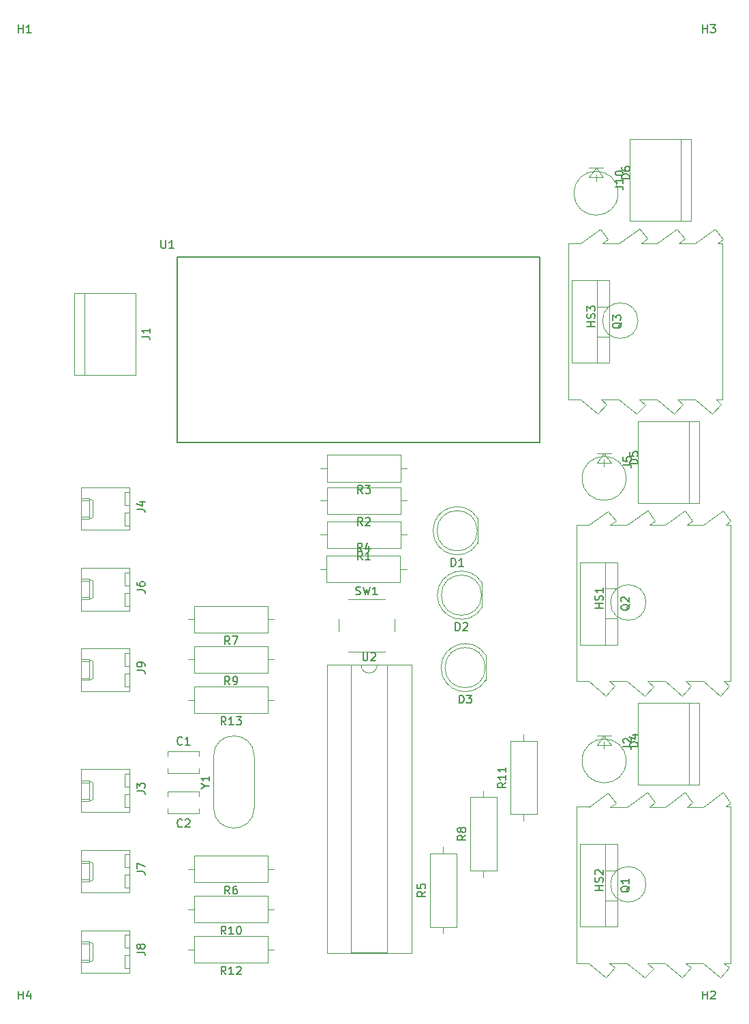
<source format=gbr>
G04 #@! TF.GenerationSoftware,KiCad,Pcbnew,(5.1.2)-2*
G04 #@! TF.CreationDate,2019-07-31T12:25:26+05:30*
G04 #@! TF.ProjectId,DoorInterlock29_07_2019,446f6f72-496e-4746-9572-6c6f636b3239,rev?*
G04 #@! TF.SameCoordinates,Original*
G04 #@! TF.FileFunction,Legend,Top*
G04 #@! TF.FilePolarity,Positive*
%FSLAX46Y46*%
G04 Gerber Fmt 4.6, Leading zero omitted, Abs format (unit mm)*
G04 Created by KiCad (PCBNEW (5.1.2)-2) date 2019-07-31 12:25:26*
%MOMM*%
%LPD*%
G04 APERTURE LIST*
%ADD10C,0.120000*%
%ADD11C,0.150000*%
G04 APERTURE END LIST*
D10*
X136000000Y-47725000D02*
X136000000Y-48580000D01*
X136889000Y-46947333D02*
X135111000Y-46947333D01*
X136000000Y-46947333D02*
X136889000Y-48132667D01*
X136889000Y-48132667D02*
X135111000Y-48132667D01*
X135111000Y-48132667D02*
X136000000Y-46947333D01*
X138725000Y-50080000D02*
G75*
G03X138725000Y-50080000I-2725000J0D01*
G01*
X137000000Y-83145000D02*
X137000000Y-84000000D01*
X137889000Y-82367333D02*
X136111000Y-82367333D01*
X137000000Y-82367333D02*
X137889000Y-83552667D01*
X137889000Y-83552667D02*
X136111000Y-83552667D01*
X136111000Y-83552667D02*
X137000000Y-82367333D01*
X139725000Y-85500000D02*
G75*
G03X139725000Y-85500000I-2725000J0D01*
G01*
X137000000Y-118225000D02*
X137000000Y-119080000D01*
X137889000Y-117447333D02*
X136111000Y-117447333D01*
X137000000Y-117447333D02*
X137889000Y-118632667D01*
X137889000Y-118632667D02*
X136111000Y-118632667D01*
X136111000Y-118632667D02*
X137000000Y-117447333D01*
X139725000Y-120580000D02*
G75*
G03X139725000Y-120580000I-2725000J0D01*
G01*
X115740000Y-91999538D02*
G75*
G03X121290000Y-93544830I2990000J-462D01*
G01*
X115740000Y-92000462D02*
G75*
G02X121290000Y-90455170I2990000J462D01*
G01*
X121230000Y-92000000D02*
G75*
G03X121230000Y-92000000I-2500000J0D01*
G01*
X121290000Y-93545000D02*
X121290000Y-90455000D01*
X116280000Y-99999538D02*
G75*
G03X121830000Y-101544830I2990000J-462D01*
G01*
X116280000Y-100000462D02*
G75*
G02X121830000Y-98455170I2990000J462D01*
G01*
X121770000Y-100000000D02*
G75*
G03X121770000Y-100000000I-2500000J0D01*
G01*
X121830000Y-101545000D02*
X121830000Y-98455000D01*
X116740000Y-108999538D02*
G75*
G03X122290000Y-110544830I2990000J-462D01*
G01*
X116740000Y-109000462D02*
G75*
G02X122290000Y-107455170I2990000J462D01*
G01*
X122230000Y-109000000D02*
G75*
G03X122230000Y-109000000I-2500000J0D01*
G01*
X122290000Y-110545000D02*
X122290000Y-107455000D01*
X72460000Y-72620000D02*
X72460000Y-62460000D01*
X71190000Y-72620000D02*
X78810000Y-72620000D01*
X78810000Y-72620000D02*
X78810000Y-62460000D01*
X78810000Y-62460000D02*
X71190000Y-62460000D01*
X71190000Y-62460000D02*
X71190000Y-72620000D01*
X147540000Y-113380000D02*
X147540000Y-123540000D01*
X148810000Y-113380000D02*
X141190000Y-113380000D01*
X141190000Y-113380000D02*
X141190000Y-123540000D01*
X141190000Y-123540000D02*
X148810000Y-123540000D01*
X148810000Y-123540000D02*
X148810000Y-113380000D01*
X78020000Y-121630000D02*
X72020000Y-121630000D01*
X72020000Y-121630000D02*
X72020000Y-126910000D01*
X72020000Y-126910000D02*
X78020000Y-126910000D01*
X78020000Y-126910000D02*
X78020000Y-121630000D01*
X72020000Y-123000000D02*
X73020000Y-123000000D01*
X73020000Y-123000000D02*
X73020000Y-125540000D01*
X73020000Y-125540000D02*
X72020000Y-125540000D01*
X73020000Y-123000000D02*
X73450000Y-123250000D01*
X73450000Y-123250000D02*
X73450000Y-125290000D01*
X73450000Y-125290000D02*
X73020000Y-125540000D01*
X72020000Y-123250000D02*
X73020000Y-123250000D01*
X72020000Y-125290000D02*
X73020000Y-125290000D01*
X78020000Y-122200000D02*
X77400000Y-122200000D01*
X77400000Y-122200000D02*
X77400000Y-123800000D01*
X77400000Y-123800000D02*
X78020000Y-123800000D01*
X78020000Y-124740000D02*
X77400000Y-124740000D01*
X77400000Y-124740000D02*
X77400000Y-126340000D01*
X77400000Y-126340000D02*
X78020000Y-126340000D01*
X78020000Y-86630000D02*
X72020000Y-86630000D01*
X72020000Y-86630000D02*
X72020000Y-91910000D01*
X72020000Y-91910000D02*
X78020000Y-91910000D01*
X78020000Y-91910000D02*
X78020000Y-86630000D01*
X72020000Y-88000000D02*
X73020000Y-88000000D01*
X73020000Y-88000000D02*
X73020000Y-90540000D01*
X73020000Y-90540000D02*
X72020000Y-90540000D01*
X73020000Y-88000000D02*
X73450000Y-88250000D01*
X73450000Y-88250000D02*
X73450000Y-90290000D01*
X73450000Y-90290000D02*
X73020000Y-90540000D01*
X72020000Y-88250000D02*
X73020000Y-88250000D01*
X72020000Y-90290000D02*
X73020000Y-90290000D01*
X78020000Y-87200000D02*
X77400000Y-87200000D01*
X77400000Y-87200000D02*
X77400000Y-88800000D01*
X77400000Y-88800000D02*
X78020000Y-88800000D01*
X78020000Y-89740000D02*
X77400000Y-89740000D01*
X77400000Y-89740000D02*
X77400000Y-91340000D01*
X77400000Y-91340000D02*
X78020000Y-91340000D01*
X147540000Y-78380000D02*
X147540000Y-88540000D01*
X148810000Y-78380000D02*
X141190000Y-78380000D01*
X141190000Y-78380000D02*
X141190000Y-88540000D01*
X141190000Y-88540000D02*
X148810000Y-88540000D01*
X148810000Y-88540000D02*
X148810000Y-78380000D01*
X78020000Y-96630000D02*
X72020000Y-96630000D01*
X72020000Y-96630000D02*
X72020000Y-101910000D01*
X72020000Y-101910000D02*
X78020000Y-101910000D01*
X78020000Y-101910000D02*
X78020000Y-96630000D01*
X72020000Y-98000000D02*
X73020000Y-98000000D01*
X73020000Y-98000000D02*
X73020000Y-100540000D01*
X73020000Y-100540000D02*
X72020000Y-100540000D01*
X73020000Y-98000000D02*
X73450000Y-98250000D01*
X73450000Y-98250000D02*
X73450000Y-100290000D01*
X73450000Y-100290000D02*
X73020000Y-100540000D01*
X72020000Y-98250000D02*
X73020000Y-98250000D01*
X72020000Y-100290000D02*
X73020000Y-100290000D01*
X78020000Y-97200000D02*
X77400000Y-97200000D01*
X77400000Y-97200000D02*
X77400000Y-98800000D01*
X77400000Y-98800000D02*
X78020000Y-98800000D01*
X78020000Y-99740000D02*
X77400000Y-99740000D01*
X77400000Y-99740000D02*
X77400000Y-101340000D01*
X77400000Y-101340000D02*
X78020000Y-101340000D01*
X78020000Y-131630000D02*
X72020000Y-131630000D01*
X72020000Y-131630000D02*
X72020000Y-136910000D01*
X72020000Y-136910000D02*
X78020000Y-136910000D01*
X78020000Y-136910000D02*
X78020000Y-131630000D01*
X72020000Y-133000000D02*
X73020000Y-133000000D01*
X73020000Y-133000000D02*
X73020000Y-135540000D01*
X73020000Y-135540000D02*
X72020000Y-135540000D01*
X73020000Y-133000000D02*
X73450000Y-133250000D01*
X73450000Y-133250000D02*
X73450000Y-135290000D01*
X73450000Y-135290000D02*
X73020000Y-135540000D01*
X72020000Y-133250000D02*
X73020000Y-133250000D01*
X72020000Y-135290000D02*
X73020000Y-135290000D01*
X78020000Y-132200000D02*
X77400000Y-132200000D01*
X77400000Y-132200000D02*
X77400000Y-133800000D01*
X77400000Y-133800000D02*
X78020000Y-133800000D01*
X78020000Y-134740000D02*
X77400000Y-134740000D01*
X77400000Y-134740000D02*
X77400000Y-136340000D01*
X77400000Y-136340000D02*
X78020000Y-136340000D01*
X78020000Y-141630000D02*
X72020000Y-141630000D01*
X72020000Y-141630000D02*
X72020000Y-146910000D01*
X72020000Y-146910000D02*
X78020000Y-146910000D01*
X78020000Y-146910000D02*
X78020000Y-141630000D01*
X72020000Y-143000000D02*
X73020000Y-143000000D01*
X73020000Y-143000000D02*
X73020000Y-145540000D01*
X73020000Y-145540000D02*
X72020000Y-145540000D01*
X73020000Y-143000000D02*
X73450000Y-143250000D01*
X73450000Y-143250000D02*
X73450000Y-145290000D01*
X73450000Y-145290000D02*
X73020000Y-145540000D01*
X72020000Y-143250000D02*
X73020000Y-143250000D01*
X72020000Y-145290000D02*
X73020000Y-145290000D01*
X78020000Y-142200000D02*
X77400000Y-142200000D01*
X77400000Y-142200000D02*
X77400000Y-143800000D01*
X77400000Y-143800000D02*
X78020000Y-143800000D01*
X78020000Y-144740000D02*
X77400000Y-144740000D01*
X77400000Y-144740000D02*
X77400000Y-146340000D01*
X77400000Y-146340000D02*
X78020000Y-146340000D01*
X78020000Y-106630000D02*
X72020000Y-106630000D01*
X72020000Y-106630000D02*
X72020000Y-111910000D01*
X72020000Y-111910000D02*
X78020000Y-111910000D01*
X78020000Y-111910000D02*
X78020000Y-106630000D01*
X72020000Y-108000000D02*
X73020000Y-108000000D01*
X73020000Y-108000000D02*
X73020000Y-110540000D01*
X73020000Y-110540000D02*
X72020000Y-110540000D01*
X73020000Y-108000000D02*
X73450000Y-108250000D01*
X73450000Y-108250000D02*
X73450000Y-110290000D01*
X73450000Y-110290000D02*
X73020000Y-110540000D01*
X72020000Y-108250000D02*
X73020000Y-108250000D01*
X72020000Y-110290000D02*
X73020000Y-110290000D01*
X78020000Y-107200000D02*
X77400000Y-107200000D01*
X77400000Y-107200000D02*
X77400000Y-108800000D01*
X77400000Y-108800000D02*
X78020000Y-108800000D01*
X78020000Y-109740000D02*
X77400000Y-109740000D01*
X77400000Y-109740000D02*
X77400000Y-111340000D01*
X77400000Y-111340000D02*
X78020000Y-111340000D01*
X138620000Y-130920000D02*
X138620000Y-141160000D01*
X133979000Y-130920000D02*
X133979000Y-141160000D01*
X138620000Y-130920000D02*
X133979000Y-130920000D01*
X138620000Y-141160000D02*
X133979000Y-141160000D01*
X137110000Y-130920000D02*
X137110000Y-141160000D01*
X138620000Y-134190000D02*
X137110000Y-134190000D01*
X138620000Y-137891000D02*
X137110000Y-137891000D01*
X111710000Y-94160000D02*
X111710000Y-90840000D01*
X111710000Y-90840000D02*
X102590000Y-90840000D01*
X102590000Y-90840000D02*
X102590000Y-94160000D01*
X102590000Y-94160000D02*
X111710000Y-94160000D01*
X112520000Y-92500000D02*
X111710000Y-92500000D01*
X101780000Y-92500000D02*
X102590000Y-92500000D01*
X111710000Y-89910000D02*
X111710000Y-86590000D01*
X111710000Y-86590000D02*
X102590000Y-86590000D01*
X102590000Y-86590000D02*
X102590000Y-89910000D01*
X102590000Y-89910000D02*
X111710000Y-89910000D01*
X112520000Y-88250000D02*
X111710000Y-88250000D01*
X101780000Y-88250000D02*
X102590000Y-88250000D01*
X111710000Y-85910000D02*
X111710000Y-82590000D01*
X111710000Y-82590000D02*
X102590000Y-82590000D01*
X102590000Y-82590000D02*
X102590000Y-85910000D01*
X102590000Y-85910000D02*
X111710000Y-85910000D01*
X112520000Y-84250000D02*
X111710000Y-84250000D01*
X101780000Y-84250000D02*
X102590000Y-84250000D01*
X102540000Y-95090000D02*
X102540000Y-98410000D01*
X102540000Y-98410000D02*
X111660000Y-98410000D01*
X111660000Y-98410000D02*
X111660000Y-95090000D01*
X111660000Y-95090000D02*
X102540000Y-95090000D01*
X101730000Y-96750000D02*
X102540000Y-96750000D01*
X112470000Y-96750000D02*
X111660000Y-96750000D01*
X115340000Y-141210000D02*
X118660000Y-141210000D01*
X118660000Y-141210000D02*
X118660000Y-132090000D01*
X118660000Y-132090000D02*
X115340000Y-132090000D01*
X115340000Y-132090000D02*
X115340000Y-141210000D01*
X117000000Y-142020000D02*
X117000000Y-141210000D01*
X117000000Y-131280000D02*
X117000000Y-132090000D01*
X95210000Y-135660000D02*
X95210000Y-132340000D01*
X95210000Y-132340000D02*
X86090000Y-132340000D01*
X86090000Y-132340000D02*
X86090000Y-135660000D01*
X86090000Y-135660000D02*
X95210000Y-135660000D01*
X96020000Y-134000000D02*
X95210000Y-134000000D01*
X85280000Y-134000000D02*
X86090000Y-134000000D01*
X95210000Y-104660000D02*
X95210000Y-101340000D01*
X95210000Y-101340000D02*
X86090000Y-101340000D01*
X86090000Y-101340000D02*
X86090000Y-104660000D01*
X86090000Y-104660000D02*
X95210000Y-104660000D01*
X96020000Y-103000000D02*
X95210000Y-103000000D01*
X85280000Y-103000000D02*
X86090000Y-103000000D01*
X120340000Y-134210000D02*
X123660000Y-134210000D01*
X123660000Y-134210000D02*
X123660000Y-125090000D01*
X123660000Y-125090000D02*
X120340000Y-125090000D01*
X120340000Y-125090000D02*
X120340000Y-134210000D01*
X122000000Y-135020000D02*
X122000000Y-134210000D01*
X122000000Y-124280000D02*
X122000000Y-125090000D01*
X95210000Y-109660000D02*
X95210000Y-106340000D01*
X95210000Y-106340000D02*
X86090000Y-106340000D01*
X86090000Y-106340000D02*
X86090000Y-109660000D01*
X86090000Y-109660000D02*
X95210000Y-109660000D01*
X96020000Y-108000000D02*
X95210000Y-108000000D01*
X85280000Y-108000000D02*
X86090000Y-108000000D01*
X95210000Y-140660000D02*
X95210000Y-137340000D01*
X95210000Y-137340000D02*
X86090000Y-137340000D01*
X86090000Y-137340000D02*
X86090000Y-140660000D01*
X86090000Y-140660000D02*
X95210000Y-140660000D01*
X96020000Y-139000000D02*
X95210000Y-139000000D01*
X85280000Y-139000000D02*
X86090000Y-139000000D01*
X125340000Y-127210000D02*
X128660000Y-127210000D01*
X128660000Y-127210000D02*
X128660000Y-118090000D01*
X128660000Y-118090000D02*
X125340000Y-118090000D01*
X125340000Y-118090000D02*
X125340000Y-127210000D01*
X127000000Y-128020000D02*
X127000000Y-127210000D01*
X127000000Y-117280000D02*
X127000000Y-118090000D01*
X95210000Y-145660000D02*
X95210000Y-142340000D01*
X95210000Y-142340000D02*
X86090000Y-142340000D01*
X86090000Y-142340000D02*
X86090000Y-145660000D01*
X86090000Y-145660000D02*
X95210000Y-145660000D01*
X96020000Y-144000000D02*
X95210000Y-144000000D01*
X85280000Y-144000000D02*
X86090000Y-144000000D01*
X95210000Y-114660000D02*
X95210000Y-111340000D01*
X95210000Y-111340000D02*
X86090000Y-111340000D01*
X86090000Y-111340000D02*
X86090000Y-114660000D01*
X86090000Y-114660000D02*
X95210000Y-114660000D01*
X96020000Y-113000000D02*
X95210000Y-113000000D01*
X85280000Y-113000000D02*
X86090000Y-113000000D01*
X105250000Y-107000000D02*
X109750000Y-107000000D01*
X104000000Y-103000000D02*
X104000000Y-104500000D01*
X109750000Y-100500000D02*
X105250000Y-100500000D01*
X111000000Y-104500000D02*
X111000000Y-103000000D01*
X88475000Y-126400000D02*
X88475000Y-120000000D01*
X93525000Y-126400000D02*
X93525000Y-120000000D01*
X93525000Y-126400000D02*
G75*
G02X88475000Y-126400000I-2525000J0D01*
G01*
X93525000Y-120000000D02*
G75*
G03X88475000Y-120000000I-2525000J0D01*
G01*
X138620000Y-95920000D02*
X138620000Y-106160000D01*
X133979000Y-95920000D02*
X133979000Y-106160000D01*
X138620000Y-95920000D02*
X133979000Y-95920000D01*
X138620000Y-106160000D02*
X133979000Y-106160000D01*
X137110000Y-95920000D02*
X137110000Y-106160000D01*
X138620000Y-99190000D02*
X137110000Y-99190000D01*
X138620000Y-102891000D02*
X137110000Y-102891000D01*
X137620000Y-60920000D02*
X137620000Y-71160000D01*
X132979000Y-60920000D02*
X132979000Y-71160000D01*
X137620000Y-60920000D02*
X132979000Y-60920000D01*
X137620000Y-71160000D02*
X132979000Y-71160000D01*
X136110000Y-60920000D02*
X136110000Y-71160000D01*
X137620000Y-64190000D02*
X136110000Y-64190000D01*
X137620000Y-67891000D02*
X136110000Y-67891000D01*
X108810000Y-108670000D02*
G75*
G02X106810000Y-108670000I-1000000J0D01*
G01*
X106810000Y-108670000D02*
X105560000Y-108670000D01*
X105560000Y-108670000D02*
X105560000Y-144350000D01*
X105560000Y-144350000D02*
X110060000Y-144350000D01*
X110060000Y-144350000D02*
X110060000Y-108670000D01*
X110060000Y-108670000D02*
X108810000Y-108670000D01*
X102560000Y-108610000D02*
X102560000Y-144410000D01*
X102560000Y-144410000D02*
X113060000Y-144410000D01*
X113060000Y-144410000D02*
X113060000Y-108610000D01*
X113060000Y-108610000D02*
X102560000Y-108610000D01*
X82790000Y-119390000D02*
X86710000Y-119390000D01*
X82790000Y-122110000D02*
X86710000Y-122110000D01*
X82790000Y-119390000D02*
X82790000Y-120000000D01*
X82790000Y-121500000D02*
X82790000Y-122110000D01*
X86710000Y-119390000D02*
X86710000Y-120000000D01*
X86710000Y-121500000D02*
X86710000Y-122110000D01*
X86710000Y-127110000D02*
X82790000Y-127110000D01*
X86710000Y-124390000D02*
X82790000Y-124390000D01*
X86710000Y-127110000D02*
X86710000Y-126500000D01*
X86710000Y-125000000D02*
X86710000Y-124390000D01*
X82790000Y-127110000D02*
X82790000Y-126500000D01*
X82790000Y-125000000D02*
X82790000Y-124390000D01*
X142202272Y-100910000D02*
G75*
G03X142202272Y-100910000I-2202272J0D01*
G01*
X133550000Y-110690000D02*
X133550000Y-91310000D01*
X133550000Y-91290000D02*
X135100000Y-91290000D01*
X135100000Y-91310000D02*
X137500000Y-89560000D01*
X137500000Y-89560000D02*
X138450000Y-90810000D01*
X138450000Y-90810000D02*
X137750000Y-91310000D01*
X137750000Y-91310000D02*
X139850000Y-91310000D01*
X139850000Y-91310000D02*
X142350000Y-89510000D01*
X142400000Y-89460000D02*
X143350000Y-90760000D01*
X143350000Y-90760000D02*
X142600000Y-91310000D01*
X142600000Y-91310000D02*
X144550000Y-91310000D01*
X144550000Y-91310000D02*
X147000000Y-89510000D01*
X147000000Y-89510000D02*
X148000000Y-90760000D01*
X148000000Y-90760000D02*
X147300000Y-91310000D01*
X147300000Y-91310000D02*
X149300000Y-91310000D01*
X149300000Y-91310000D02*
X151750000Y-89510000D01*
X151750000Y-89510000D02*
X152750000Y-90810000D01*
X152750000Y-90810000D02*
X152100000Y-91290000D01*
X152100000Y-91290000D02*
X152700000Y-91290000D01*
X152700000Y-91290000D02*
X152700000Y-110710000D01*
X152700000Y-110710000D02*
X151900000Y-110710000D01*
X151900000Y-110710000D02*
X152550000Y-111260000D01*
X152550000Y-111260000D02*
X151400000Y-112510000D01*
X151400000Y-112510000D02*
X149320000Y-110710000D01*
X149320000Y-110710000D02*
X147150000Y-110710000D01*
X147140000Y-110710000D02*
X147800000Y-111260000D01*
X147800000Y-111260000D02*
X146700000Y-112510000D01*
X146700000Y-112510000D02*
X144550000Y-110710000D01*
X144540000Y-110710000D02*
X142390000Y-110710000D01*
X142390000Y-110710000D02*
X143150000Y-111360000D01*
X143150000Y-111360000D02*
X142000000Y-112510000D01*
X142000000Y-112510000D02*
X139820000Y-110710000D01*
X139810000Y-110710000D02*
X137650000Y-110710000D01*
X137640000Y-110710000D02*
X138300000Y-111260000D01*
X138300000Y-111260000D02*
X137200000Y-112510000D01*
X137200000Y-112510000D02*
X135090000Y-110700000D01*
X135060000Y-110710000D02*
X133550000Y-110710000D01*
X142202272Y-135910000D02*
G75*
G03X142202272Y-135910000I-2202272J0D01*
G01*
X133550000Y-145690000D02*
X133550000Y-126310000D01*
X133550000Y-126290000D02*
X135100000Y-126290000D01*
X135100000Y-126310000D02*
X137500000Y-124560000D01*
X137500000Y-124560000D02*
X138450000Y-125810000D01*
X138450000Y-125810000D02*
X137750000Y-126310000D01*
X137750000Y-126310000D02*
X139850000Y-126310000D01*
X139850000Y-126310000D02*
X142350000Y-124510000D01*
X142400000Y-124460000D02*
X143350000Y-125760000D01*
X143350000Y-125760000D02*
X142600000Y-126310000D01*
X142600000Y-126310000D02*
X144550000Y-126310000D01*
X144550000Y-126310000D02*
X147000000Y-124510000D01*
X147000000Y-124510000D02*
X148000000Y-125760000D01*
X148000000Y-125760000D02*
X147300000Y-126310000D01*
X147300000Y-126310000D02*
X149300000Y-126310000D01*
X149300000Y-126310000D02*
X151750000Y-124510000D01*
X151750000Y-124510000D02*
X152750000Y-125810000D01*
X152750000Y-125810000D02*
X152100000Y-126290000D01*
X152100000Y-126290000D02*
X152700000Y-126290000D01*
X152700000Y-126290000D02*
X152700000Y-145710000D01*
X152700000Y-145710000D02*
X151900000Y-145710000D01*
X151900000Y-145710000D02*
X152550000Y-146260000D01*
X152550000Y-146260000D02*
X151400000Y-147510000D01*
X151400000Y-147510000D02*
X149320000Y-145710000D01*
X149320000Y-145710000D02*
X147150000Y-145710000D01*
X147140000Y-145710000D02*
X147800000Y-146260000D01*
X147800000Y-146260000D02*
X146700000Y-147510000D01*
X146700000Y-147510000D02*
X144550000Y-145710000D01*
X144540000Y-145710000D02*
X142390000Y-145710000D01*
X142390000Y-145710000D02*
X143150000Y-146360000D01*
X143150000Y-146360000D02*
X142000000Y-147510000D01*
X142000000Y-147510000D02*
X139820000Y-145710000D01*
X139810000Y-145710000D02*
X137650000Y-145710000D01*
X137640000Y-145710000D02*
X138300000Y-146260000D01*
X138300000Y-146260000D02*
X137200000Y-147510000D01*
X137200000Y-147510000D02*
X135090000Y-145700000D01*
X135060000Y-145710000D02*
X133550000Y-145710000D01*
X141202272Y-65910000D02*
G75*
G03X141202272Y-65910000I-2202272J0D01*
G01*
X132550000Y-75690000D02*
X132550000Y-56310000D01*
X132550000Y-56290000D02*
X134100000Y-56290000D01*
X134100000Y-56310000D02*
X136500000Y-54560000D01*
X136500000Y-54560000D02*
X137450000Y-55810000D01*
X137450000Y-55810000D02*
X136750000Y-56310000D01*
X136750000Y-56310000D02*
X138850000Y-56310000D01*
X138850000Y-56310000D02*
X141350000Y-54510000D01*
X141400000Y-54460000D02*
X142350000Y-55760000D01*
X142350000Y-55760000D02*
X141600000Y-56310000D01*
X141600000Y-56310000D02*
X143550000Y-56310000D01*
X143550000Y-56310000D02*
X146000000Y-54510000D01*
X146000000Y-54510000D02*
X147000000Y-55760000D01*
X147000000Y-55760000D02*
X146300000Y-56310000D01*
X146300000Y-56310000D02*
X148300000Y-56310000D01*
X148300000Y-56310000D02*
X150750000Y-54510000D01*
X150750000Y-54510000D02*
X151750000Y-55810000D01*
X151750000Y-55810000D02*
X151100000Y-56290000D01*
X151100000Y-56290000D02*
X151700000Y-56290000D01*
X151700000Y-56290000D02*
X151700000Y-75710000D01*
X151700000Y-75710000D02*
X150900000Y-75710000D01*
X150900000Y-75710000D02*
X151550000Y-76260000D01*
X151550000Y-76260000D02*
X150400000Y-77510000D01*
X150400000Y-77510000D02*
X148320000Y-75710000D01*
X148320000Y-75710000D02*
X146150000Y-75710000D01*
X146140000Y-75710000D02*
X146800000Y-76260000D01*
X146800000Y-76260000D02*
X145700000Y-77510000D01*
X145700000Y-77510000D02*
X143550000Y-75710000D01*
X143540000Y-75710000D02*
X141390000Y-75710000D01*
X141390000Y-75710000D02*
X142150000Y-76360000D01*
X142150000Y-76360000D02*
X141000000Y-77510000D01*
X141000000Y-77510000D02*
X138820000Y-75710000D01*
X138810000Y-75710000D02*
X136650000Y-75710000D01*
X136640000Y-75710000D02*
X137300000Y-76260000D01*
X137300000Y-76260000D02*
X136200000Y-77510000D01*
X136200000Y-77510000D02*
X134090000Y-75700000D01*
X134060000Y-75710000D02*
X132550000Y-75710000D01*
X146540000Y-43380000D02*
X146540000Y-53540000D01*
X147810000Y-43380000D02*
X140190000Y-43380000D01*
X140190000Y-43380000D02*
X140190000Y-53540000D01*
X140190000Y-53540000D02*
X147810000Y-53540000D01*
X147810000Y-53540000D02*
X147810000Y-43380000D01*
D11*
X84000000Y-81000000D02*
X84000000Y-58000000D01*
X129000000Y-81000000D02*
X84000000Y-81000000D01*
X129000000Y-58000000D02*
X129000000Y-81000000D01*
X84000000Y-58000000D02*
X129000000Y-58000000D01*
X140177380Y-48278095D02*
X139177380Y-48278095D01*
X139177380Y-48040000D01*
X139225000Y-47897142D01*
X139320238Y-47801904D01*
X139415476Y-47754285D01*
X139605952Y-47706666D01*
X139748809Y-47706666D01*
X139939285Y-47754285D01*
X140034523Y-47801904D01*
X140129761Y-47897142D01*
X140177380Y-48040000D01*
X140177380Y-48278095D01*
X139177380Y-46849523D02*
X139177380Y-47040000D01*
X139225000Y-47135238D01*
X139272619Y-47182857D01*
X139415476Y-47278095D01*
X139605952Y-47325714D01*
X139986904Y-47325714D01*
X140082142Y-47278095D01*
X140129761Y-47230476D01*
X140177380Y-47135238D01*
X140177380Y-46944761D01*
X140129761Y-46849523D01*
X140082142Y-46801904D01*
X139986904Y-46754285D01*
X139748809Y-46754285D01*
X139653571Y-46801904D01*
X139605952Y-46849523D01*
X139558333Y-46944761D01*
X139558333Y-47135238D01*
X139605952Y-47230476D01*
X139653571Y-47278095D01*
X139748809Y-47325714D01*
X141177380Y-83698095D02*
X140177380Y-83698095D01*
X140177380Y-83460000D01*
X140225000Y-83317142D01*
X140320238Y-83221904D01*
X140415476Y-83174285D01*
X140605952Y-83126666D01*
X140748809Y-83126666D01*
X140939285Y-83174285D01*
X141034523Y-83221904D01*
X141129761Y-83317142D01*
X141177380Y-83460000D01*
X141177380Y-83698095D01*
X140177380Y-82221904D02*
X140177380Y-82698095D01*
X140653571Y-82745714D01*
X140605952Y-82698095D01*
X140558333Y-82602857D01*
X140558333Y-82364761D01*
X140605952Y-82269523D01*
X140653571Y-82221904D01*
X140748809Y-82174285D01*
X140986904Y-82174285D01*
X141082142Y-82221904D01*
X141129761Y-82269523D01*
X141177380Y-82364761D01*
X141177380Y-82602857D01*
X141129761Y-82698095D01*
X141082142Y-82745714D01*
X141177380Y-118778095D02*
X140177380Y-118778095D01*
X140177380Y-118540000D01*
X140225000Y-118397142D01*
X140320238Y-118301904D01*
X140415476Y-118254285D01*
X140605952Y-118206666D01*
X140748809Y-118206666D01*
X140939285Y-118254285D01*
X141034523Y-118301904D01*
X141129761Y-118397142D01*
X141177380Y-118540000D01*
X141177380Y-118778095D01*
X140510714Y-117349523D02*
X141177380Y-117349523D01*
X140129761Y-117587619D02*
X140844047Y-117825714D01*
X140844047Y-117206666D01*
X64238095Y-30152380D02*
X64238095Y-29152380D01*
X64238095Y-29628571D02*
X64809523Y-29628571D01*
X64809523Y-30152380D02*
X64809523Y-29152380D01*
X65809523Y-30152380D02*
X65238095Y-30152380D01*
X65523809Y-30152380D02*
X65523809Y-29152380D01*
X65428571Y-29295238D01*
X65333333Y-29390476D01*
X65238095Y-29438095D01*
X117991904Y-96412380D02*
X117991904Y-95412380D01*
X118230000Y-95412380D01*
X118372857Y-95460000D01*
X118468095Y-95555238D01*
X118515714Y-95650476D01*
X118563333Y-95840952D01*
X118563333Y-95983809D01*
X118515714Y-96174285D01*
X118468095Y-96269523D01*
X118372857Y-96364761D01*
X118230000Y-96412380D01*
X117991904Y-96412380D01*
X119515714Y-96412380D02*
X118944285Y-96412380D01*
X119230000Y-96412380D02*
X119230000Y-95412380D01*
X119134761Y-95555238D01*
X119039523Y-95650476D01*
X118944285Y-95698095D01*
X118531904Y-104412380D02*
X118531904Y-103412380D01*
X118770000Y-103412380D01*
X118912857Y-103460000D01*
X119008095Y-103555238D01*
X119055714Y-103650476D01*
X119103333Y-103840952D01*
X119103333Y-103983809D01*
X119055714Y-104174285D01*
X119008095Y-104269523D01*
X118912857Y-104364761D01*
X118770000Y-104412380D01*
X118531904Y-104412380D01*
X119484285Y-103507619D02*
X119531904Y-103460000D01*
X119627142Y-103412380D01*
X119865238Y-103412380D01*
X119960476Y-103460000D01*
X120008095Y-103507619D01*
X120055714Y-103602857D01*
X120055714Y-103698095D01*
X120008095Y-103840952D01*
X119436666Y-104412380D01*
X120055714Y-104412380D01*
X118991904Y-113412380D02*
X118991904Y-112412380D01*
X119230000Y-112412380D01*
X119372857Y-112460000D01*
X119468095Y-112555238D01*
X119515714Y-112650476D01*
X119563333Y-112840952D01*
X119563333Y-112983809D01*
X119515714Y-113174285D01*
X119468095Y-113269523D01*
X119372857Y-113364761D01*
X119230000Y-113412380D01*
X118991904Y-113412380D01*
X119896666Y-112412380D02*
X120515714Y-112412380D01*
X120182380Y-112793333D01*
X120325238Y-112793333D01*
X120420476Y-112840952D01*
X120468095Y-112888571D01*
X120515714Y-112983809D01*
X120515714Y-113221904D01*
X120468095Y-113317142D01*
X120420476Y-113364761D01*
X120325238Y-113412380D01*
X120039523Y-113412380D01*
X119944285Y-113364761D01*
X119896666Y-113317142D01*
X79532380Y-67873333D02*
X80246666Y-67873333D01*
X80389523Y-67920952D01*
X80484761Y-68016190D01*
X80532380Y-68159047D01*
X80532380Y-68254285D01*
X80532380Y-66873333D02*
X80532380Y-67444761D01*
X80532380Y-67159047D02*
X79532380Y-67159047D01*
X79675238Y-67254285D01*
X79770476Y-67349523D01*
X79818095Y-67444761D01*
X139372380Y-118793333D02*
X140086666Y-118793333D01*
X140229523Y-118840952D01*
X140324761Y-118936190D01*
X140372380Y-119079047D01*
X140372380Y-119174285D01*
X139467619Y-118364761D02*
X139420000Y-118317142D01*
X139372380Y-118221904D01*
X139372380Y-117983809D01*
X139420000Y-117888571D01*
X139467619Y-117840952D01*
X139562857Y-117793333D01*
X139658095Y-117793333D01*
X139800952Y-117840952D01*
X140372380Y-118412380D01*
X140372380Y-117793333D01*
X78952380Y-124333333D02*
X79666666Y-124333333D01*
X79809523Y-124380952D01*
X79904761Y-124476190D01*
X79952380Y-124619047D01*
X79952380Y-124714285D01*
X78952380Y-123952380D02*
X78952380Y-123333333D01*
X79333333Y-123666666D01*
X79333333Y-123523809D01*
X79380952Y-123428571D01*
X79428571Y-123380952D01*
X79523809Y-123333333D01*
X79761904Y-123333333D01*
X79857142Y-123380952D01*
X79904761Y-123428571D01*
X79952380Y-123523809D01*
X79952380Y-123809523D01*
X79904761Y-123904761D01*
X79857142Y-123952380D01*
X78952380Y-89333333D02*
X79666666Y-89333333D01*
X79809523Y-89380952D01*
X79904761Y-89476190D01*
X79952380Y-89619047D01*
X79952380Y-89714285D01*
X79285714Y-88428571D02*
X79952380Y-88428571D01*
X78904761Y-88666666D02*
X79619047Y-88904761D01*
X79619047Y-88285714D01*
X139372380Y-83793333D02*
X140086666Y-83793333D01*
X140229523Y-83840952D01*
X140324761Y-83936190D01*
X140372380Y-84079047D01*
X140372380Y-84174285D01*
X139372380Y-82840952D02*
X139372380Y-83317142D01*
X139848571Y-83364761D01*
X139800952Y-83317142D01*
X139753333Y-83221904D01*
X139753333Y-82983809D01*
X139800952Y-82888571D01*
X139848571Y-82840952D01*
X139943809Y-82793333D01*
X140181904Y-82793333D01*
X140277142Y-82840952D01*
X140324761Y-82888571D01*
X140372380Y-82983809D01*
X140372380Y-83221904D01*
X140324761Y-83317142D01*
X140277142Y-83364761D01*
X78952380Y-99333333D02*
X79666666Y-99333333D01*
X79809523Y-99380952D01*
X79904761Y-99476190D01*
X79952380Y-99619047D01*
X79952380Y-99714285D01*
X78952380Y-98428571D02*
X78952380Y-98619047D01*
X79000000Y-98714285D01*
X79047619Y-98761904D01*
X79190476Y-98857142D01*
X79380952Y-98904761D01*
X79761904Y-98904761D01*
X79857142Y-98857142D01*
X79904761Y-98809523D01*
X79952380Y-98714285D01*
X79952380Y-98523809D01*
X79904761Y-98428571D01*
X79857142Y-98380952D01*
X79761904Y-98333333D01*
X79523809Y-98333333D01*
X79428571Y-98380952D01*
X79380952Y-98428571D01*
X79333333Y-98523809D01*
X79333333Y-98714285D01*
X79380952Y-98809523D01*
X79428571Y-98857142D01*
X79523809Y-98904761D01*
X78952380Y-134333333D02*
X79666666Y-134333333D01*
X79809523Y-134380952D01*
X79904761Y-134476190D01*
X79952380Y-134619047D01*
X79952380Y-134714285D01*
X78952380Y-133952380D02*
X78952380Y-133285714D01*
X79952380Y-133714285D01*
X78952380Y-144333333D02*
X79666666Y-144333333D01*
X79809523Y-144380952D01*
X79904761Y-144476190D01*
X79952380Y-144619047D01*
X79952380Y-144714285D01*
X79380952Y-143714285D02*
X79333333Y-143809523D01*
X79285714Y-143857142D01*
X79190476Y-143904761D01*
X79142857Y-143904761D01*
X79047619Y-143857142D01*
X79000000Y-143809523D01*
X78952380Y-143714285D01*
X78952380Y-143523809D01*
X79000000Y-143428571D01*
X79047619Y-143380952D01*
X79142857Y-143333333D01*
X79190476Y-143333333D01*
X79285714Y-143380952D01*
X79333333Y-143428571D01*
X79380952Y-143523809D01*
X79380952Y-143714285D01*
X79428571Y-143809523D01*
X79476190Y-143857142D01*
X79571428Y-143904761D01*
X79761904Y-143904761D01*
X79857142Y-143857142D01*
X79904761Y-143809523D01*
X79952380Y-143714285D01*
X79952380Y-143523809D01*
X79904761Y-143428571D01*
X79857142Y-143380952D01*
X79761904Y-143333333D01*
X79571428Y-143333333D01*
X79476190Y-143380952D01*
X79428571Y-143428571D01*
X79380952Y-143523809D01*
X78952380Y-109333333D02*
X79666666Y-109333333D01*
X79809523Y-109380952D01*
X79904761Y-109476190D01*
X79952380Y-109619047D01*
X79952380Y-109714285D01*
X79952380Y-108809523D02*
X79952380Y-108619047D01*
X79904761Y-108523809D01*
X79857142Y-108476190D01*
X79714285Y-108380952D01*
X79523809Y-108333333D01*
X79142857Y-108333333D01*
X79047619Y-108380952D01*
X79000000Y-108428571D01*
X78952380Y-108523809D01*
X78952380Y-108714285D01*
X79000000Y-108809523D01*
X79047619Y-108857142D01*
X79142857Y-108904761D01*
X79380952Y-108904761D01*
X79476190Y-108857142D01*
X79523809Y-108809523D01*
X79571428Y-108714285D01*
X79571428Y-108523809D01*
X79523809Y-108428571D01*
X79476190Y-108380952D01*
X79380952Y-108333333D01*
X140167619Y-136135238D02*
X140120000Y-136230476D01*
X140024761Y-136325714D01*
X139881904Y-136468571D01*
X139834285Y-136563809D01*
X139834285Y-136659047D01*
X140072380Y-136611428D02*
X140024761Y-136706666D01*
X139929523Y-136801904D01*
X139739047Y-136849523D01*
X139405714Y-136849523D01*
X139215238Y-136801904D01*
X139120000Y-136706666D01*
X139072380Y-136611428D01*
X139072380Y-136420952D01*
X139120000Y-136325714D01*
X139215238Y-136230476D01*
X139405714Y-136182857D01*
X139739047Y-136182857D01*
X139929523Y-136230476D01*
X140024761Y-136325714D01*
X140072380Y-136420952D01*
X140072380Y-136611428D01*
X140072380Y-135230476D02*
X140072380Y-135801904D01*
X140072380Y-135516190D02*
X139072380Y-135516190D01*
X139215238Y-135611428D01*
X139310476Y-135706666D01*
X139358095Y-135801904D01*
X106983333Y-95612380D02*
X106650000Y-95136190D01*
X106411904Y-95612380D02*
X106411904Y-94612380D01*
X106792857Y-94612380D01*
X106888095Y-94660000D01*
X106935714Y-94707619D01*
X106983333Y-94802857D01*
X106983333Y-94945714D01*
X106935714Y-95040952D01*
X106888095Y-95088571D01*
X106792857Y-95136190D01*
X106411904Y-95136190D01*
X107935714Y-95612380D02*
X107364285Y-95612380D01*
X107650000Y-95612380D02*
X107650000Y-94612380D01*
X107554761Y-94755238D01*
X107459523Y-94850476D01*
X107364285Y-94898095D01*
X106983333Y-91362380D02*
X106650000Y-90886190D01*
X106411904Y-91362380D02*
X106411904Y-90362380D01*
X106792857Y-90362380D01*
X106888095Y-90410000D01*
X106935714Y-90457619D01*
X106983333Y-90552857D01*
X106983333Y-90695714D01*
X106935714Y-90790952D01*
X106888095Y-90838571D01*
X106792857Y-90886190D01*
X106411904Y-90886190D01*
X107364285Y-90457619D02*
X107411904Y-90410000D01*
X107507142Y-90362380D01*
X107745238Y-90362380D01*
X107840476Y-90410000D01*
X107888095Y-90457619D01*
X107935714Y-90552857D01*
X107935714Y-90648095D01*
X107888095Y-90790952D01*
X107316666Y-91362380D01*
X107935714Y-91362380D01*
X106983333Y-87362380D02*
X106650000Y-86886190D01*
X106411904Y-87362380D02*
X106411904Y-86362380D01*
X106792857Y-86362380D01*
X106888095Y-86410000D01*
X106935714Y-86457619D01*
X106983333Y-86552857D01*
X106983333Y-86695714D01*
X106935714Y-86790952D01*
X106888095Y-86838571D01*
X106792857Y-86886190D01*
X106411904Y-86886190D01*
X107316666Y-86362380D02*
X107935714Y-86362380D01*
X107602380Y-86743333D01*
X107745238Y-86743333D01*
X107840476Y-86790952D01*
X107888095Y-86838571D01*
X107935714Y-86933809D01*
X107935714Y-87171904D01*
X107888095Y-87267142D01*
X107840476Y-87314761D01*
X107745238Y-87362380D01*
X107459523Y-87362380D01*
X107364285Y-87314761D01*
X107316666Y-87267142D01*
X106933333Y-94542380D02*
X106600000Y-94066190D01*
X106361904Y-94542380D02*
X106361904Y-93542380D01*
X106742857Y-93542380D01*
X106838095Y-93590000D01*
X106885714Y-93637619D01*
X106933333Y-93732857D01*
X106933333Y-93875714D01*
X106885714Y-93970952D01*
X106838095Y-94018571D01*
X106742857Y-94066190D01*
X106361904Y-94066190D01*
X107790476Y-93875714D02*
X107790476Y-94542380D01*
X107552380Y-93494761D02*
X107314285Y-94209047D01*
X107933333Y-94209047D01*
X114792380Y-136816666D02*
X114316190Y-137150000D01*
X114792380Y-137388095D02*
X113792380Y-137388095D01*
X113792380Y-137007142D01*
X113840000Y-136911904D01*
X113887619Y-136864285D01*
X113982857Y-136816666D01*
X114125714Y-136816666D01*
X114220952Y-136864285D01*
X114268571Y-136911904D01*
X114316190Y-137007142D01*
X114316190Y-137388095D01*
X113792380Y-135911904D02*
X113792380Y-136388095D01*
X114268571Y-136435714D01*
X114220952Y-136388095D01*
X114173333Y-136292857D01*
X114173333Y-136054761D01*
X114220952Y-135959523D01*
X114268571Y-135911904D01*
X114363809Y-135864285D01*
X114601904Y-135864285D01*
X114697142Y-135911904D01*
X114744761Y-135959523D01*
X114792380Y-136054761D01*
X114792380Y-136292857D01*
X114744761Y-136388095D01*
X114697142Y-136435714D01*
X90483333Y-137112380D02*
X90150000Y-136636190D01*
X89911904Y-137112380D02*
X89911904Y-136112380D01*
X90292857Y-136112380D01*
X90388095Y-136160000D01*
X90435714Y-136207619D01*
X90483333Y-136302857D01*
X90483333Y-136445714D01*
X90435714Y-136540952D01*
X90388095Y-136588571D01*
X90292857Y-136636190D01*
X89911904Y-136636190D01*
X91340476Y-136112380D02*
X91150000Y-136112380D01*
X91054761Y-136160000D01*
X91007142Y-136207619D01*
X90911904Y-136350476D01*
X90864285Y-136540952D01*
X90864285Y-136921904D01*
X90911904Y-137017142D01*
X90959523Y-137064761D01*
X91054761Y-137112380D01*
X91245238Y-137112380D01*
X91340476Y-137064761D01*
X91388095Y-137017142D01*
X91435714Y-136921904D01*
X91435714Y-136683809D01*
X91388095Y-136588571D01*
X91340476Y-136540952D01*
X91245238Y-136493333D01*
X91054761Y-136493333D01*
X90959523Y-136540952D01*
X90911904Y-136588571D01*
X90864285Y-136683809D01*
X90483333Y-106112380D02*
X90150000Y-105636190D01*
X89911904Y-106112380D02*
X89911904Y-105112380D01*
X90292857Y-105112380D01*
X90388095Y-105160000D01*
X90435714Y-105207619D01*
X90483333Y-105302857D01*
X90483333Y-105445714D01*
X90435714Y-105540952D01*
X90388095Y-105588571D01*
X90292857Y-105636190D01*
X89911904Y-105636190D01*
X90816666Y-105112380D02*
X91483333Y-105112380D01*
X91054761Y-106112380D01*
X119792380Y-129816666D02*
X119316190Y-130150000D01*
X119792380Y-130388095D02*
X118792380Y-130388095D01*
X118792380Y-130007142D01*
X118840000Y-129911904D01*
X118887619Y-129864285D01*
X118982857Y-129816666D01*
X119125714Y-129816666D01*
X119220952Y-129864285D01*
X119268571Y-129911904D01*
X119316190Y-130007142D01*
X119316190Y-130388095D01*
X119220952Y-129245238D02*
X119173333Y-129340476D01*
X119125714Y-129388095D01*
X119030476Y-129435714D01*
X118982857Y-129435714D01*
X118887619Y-129388095D01*
X118840000Y-129340476D01*
X118792380Y-129245238D01*
X118792380Y-129054761D01*
X118840000Y-128959523D01*
X118887619Y-128911904D01*
X118982857Y-128864285D01*
X119030476Y-128864285D01*
X119125714Y-128911904D01*
X119173333Y-128959523D01*
X119220952Y-129054761D01*
X119220952Y-129245238D01*
X119268571Y-129340476D01*
X119316190Y-129388095D01*
X119411428Y-129435714D01*
X119601904Y-129435714D01*
X119697142Y-129388095D01*
X119744761Y-129340476D01*
X119792380Y-129245238D01*
X119792380Y-129054761D01*
X119744761Y-128959523D01*
X119697142Y-128911904D01*
X119601904Y-128864285D01*
X119411428Y-128864285D01*
X119316190Y-128911904D01*
X119268571Y-128959523D01*
X119220952Y-129054761D01*
X90483333Y-111112380D02*
X90150000Y-110636190D01*
X89911904Y-111112380D02*
X89911904Y-110112380D01*
X90292857Y-110112380D01*
X90388095Y-110160000D01*
X90435714Y-110207619D01*
X90483333Y-110302857D01*
X90483333Y-110445714D01*
X90435714Y-110540952D01*
X90388095Y-110588571D01*
X90292857Y-110636190D01*
X89911904Y-110636190D01*
X90959523Y-111112380D02*
X91150000Y-111112380D01*
X91245238Y-111064761D01*
X91292857Y-111017142D01*
X91388095Y-110874285D01*
X91435714Y-110683809D01*
X91435714Y-110302857D01*
X91388095Y-110207619D01*
X91340476Y-110160000D01*
X91245238Y-110112380D01*
X91054761Y-110112380D01*
X90959523Y-110160000D01*
X90911904Y-110207619D01*
X90864285Y-110302857D01*
X90864285Y-110540952D01*
X90911904Y-110636190D01*
X90959523Y-110683809D01*
X91054761Y-110731428D01*
X91245238Y-110731428D01*
X91340476Y-110683809D01*
X91388095Y-110636190D01*
X91435714Y-110540952D01*
X90007142Y-142112380D02*
X89673809Y-141636190D01*
X89435714Y-142112380D02*
X89435714Y-141112380D01*
X89816666Y-141112380D01*
X89911904Y-141160000D01*
X89959523Y-141207619D01*
X90007142Y-141302857D01*
X90007142Y-141445714D01*
X89959523Y-141540952D01*
X89911904Y-141588571D01*
X89816666Y-141636190D01*
X89435714Y-141636190D01*
X90959523Y-142112380D02*
X90388095Y-142112380D01*
X90673809Y-142112380D02*
X90673809Y-141112380D01*
X90578571Y-141255238D01*
X90483333Y-141350476D01*
X90388095Y-141398095D01*
X91578571Y-141112380D02*
X91673809Y-141112380D01*
X91769047Y-141160000D01*
X91816666Y-141207619D01*
X91864285Y-141302857D01*
X91911904Y-141493333D01*
X91911904Y-141731428D01*
X91864285Y-141921904D01*
X91816666Y-142017142D01*
X91769047Y-142064761D01*
X91673809Y-142112380D01*
X91578571Y-142112380D01*
X91483333Y-142064761D01*
X91435714Y-142017142D01*
X91388095Y-141921904D01*
X91340476Y-141731428D01*
X91340476Y-141493333D01*
X91388095Y-141302857D01*
X91435714Y-141207619D01*
X91483333Y-141160000D01*
X91578571Y-141112380D01*
X124792380Y-123292857D02*
X124316190Y-123626190D01*
X124792380Y-123864285D02*
X123792380Y-123864285D01*
X123792380Y-123483333D01*
X123840000Y-123388095D01*
X123887619Y-123340476D01*
X123982857Y-123292857D01*
X124125714Y-123292857D01*
X124220952Y-123340476D01*
X124268571Y-123388095D01*
X124316190Y-123483333D01*
X124316190Y-123864285D01*
X124792380Y-122340476D02*
X124792380Y-122911904D01*
X124792380Y-122626190D02*
X123792380Y-122626190D01*
X123935238Y-122721428D01*
X124030476Y-122816666D01*
X124078095Y-122911904D01*
X124792380Y-121388095D02*
X124792380Y-121959523D01*
X124792380Y-121673809D02*
X123792380Y-121673809D01*
X123935238Y-121769047D01*
X124030476Y-121864285D01*
X124078095Y-121959523D01*
X90007142Y-147112380D02*
X89673809Y-146636190D01*
X89435714Y-147112380D02*
X89435714Y-146112380D01*
X89816666Y-146112380D01*
X89911904Y-146160000D01*
X89959523Y-146207619D01*
X90007142Y-146302857D01*
X90007142Y-146445714D01*
X89959523Y-146540952D01*
X89911904Y-146588571D01*
X89816666Y-146636190D01*
X89435714Y-146636190D01*
X90959523Y-147112380D02*
X90388095Y-147112380D01*
X90673809Y-147112380D02*
X90673809Y-146112380D01*
X90578571Y-146255238D01*
X90483333Y-146350476D01*
X90388095Y-146398095D01*
X91340476Y-146207619D02*
X91388095Y-146160000D01*
X91483333Y-146112380D01*
X91721428Y-146112380D01*
X91816666Y-146160000D01*
X91864285Y-146207619D01*
X91911904Y-146302857D01*
X91911904Y-146398095D01*
X91864285Y-146540952D01*
X91292857Y-147112380D01*
X91911904Y-147112380D01*
X90007142Y-116112380D02*
X89673809Y-115636190D01*
X89435714Y-116112380D02*
X89435714Y-115112380D01*
X89816666Y-115112380D01*
X89911904Y-115160000D01*
X89959523Y-115207619D01*
X90007142Y-115302857D01*
X90007142Y-115445714D01*
X89959523Y-115540952D01*
X89911904Y-115588571D01*
X89816666Y-115636190D01*
X89435714Y-115636190D01*
X90959523Y-116112380D02*
X90388095Y-116112380D01*
X90673809Y-116112380D02*
X90673809Y-115112380D01*
X90578571Y-115255238D01*
X90483333Y-115350476D01*
X90388095Y-115398095D01*
X91292857Y-115112380D02*
X91911904Y-115112380D01*
X91578571Y-115493333D01*
X91721428Y-115493333D01*
X91816666Y-115540952D01*
X91864285Y-115588571D01*
X91911904Y-115683809D01*
X91911904Y-115921904D01*
X91864285Y-116017142D01*
X91816666Y-116064761D01*
X91721428Y-116112380D01*
X91435714Y-116112380D01*
X91340476Y-116064761D01*
X91292857Y-116017142D01*
X106166666Y-99904761D02*
X106309523Y-99952380D01*
X106547619Y-99952380D01*
X106642857Y-99904761D01*
X106690476Y-99857142D01*
X106738095Y-99761904D01*
X106738095Y-99666666D01*
X106690476Y-99571428D01*
X106642857Y-99523809D01*
X106547619Y-99476190D01*
X106357142Y-99428571D01*
X106261904Y-99380952D01*
X106214285Y-99333333D01*
X106166666Y-99238095D01*
X106166666Y-99142857D01*
X106214285Y-99047619D01*
X106261904Y-99000000D01*
X106357142Y-98952380D01*
X106595238Y-98952380D01*
X106738095Y-99000000D01*
X107071428Y-98952380D02*
X107309523Y-99952380D01*
X107500000Y-99238095D01*
X107690476Y-99952380D01*
X107928571Y-98952380D01*
X108833333Y-99952380D02*
X108261904Y-99952380D01*
X108547619Y-99952380D02*
X108547619Y-98952380D01*
X108452380Y-99095238D01*
X108357142Y-99190476D01*
X108261904Y-99238095D01*
X87451190Y-123676190D02*
X87927380Y-123676190D01*
X86927380Y-124009523D02*
X87451190Y-123676190D01*
X86927380Y-123342857D01*
X87927380Y-122485714D02*
X87927380Y-123057142D01*
X87927380Y-122771428D02*
X86927380Y-122771428D01*
X87070238Y-122866666D01*
X87165476Y-122961904D01*
X87213095Y-123057142D01*
X140167619Y-101135238D02*
X140120000Y-101230476D01*
X140024761Y-101325714D01*
X139881904Y-101468571D01*
X139834285Y-101563809D01*
X139834285Y-101659047D01*
X140072380Y-101611428D02*
X140024761Y-101706666D01*
X139929523Y-101801904D01*
X139739047Y-101849523D01*
X139405714Y-101849523D01*
X139215238Y-101801904D01*
X139120000Y-101706666D01*
X139072380Y-101611428D01*
X139072380Y-101420952D01*
X139120000Y-101325714D01*
X139215238Y-101230476D01*
X139405714Y-101182857D01*
X139739047Y-101182857D01*
X139929523Y-101230476D01*
X140024761Y-101325714D01*
X140072380Y-101420952D01*
X140072380Y-101611428D01*
X139167619Y-100801904D02*
X139120000Y-100754285D01*
X139072380Y-100659047D01*
X139072380Y-100420952D01*
X139120000Y-100325714D01*
X139167619Y-100278095D01*
X139262857Y-100230476D01*
X139358095Y-100230476D01*
X139500952Y-100278095D01*
X140072380Y-100849523D01*
X140072380Y-100230476D01*
X139167619Y-66135238D02*
X139120000Y-66230476D01*
X139024761Y-66325714D01*
X138881904Y-66468571D01*
X138834285Y-66563809D01*
X138834285Y-66659047D01*
X139072380Y-66611428D02*
X139024761Y-66706666D01*
X138929523Y-66801904D01*
X138739047Y-66849523D01*
X138405714Y-66849523D01*
X138215238Y-66801904D01*
X138120000Y-66706666D01*
X138072380Y-66611428D01*
X138072380Y-66420952D01*
X138120000Y-66325714D01*
X138215238Y-66230476D01*
X138405714Y-66182857D01*
X138739047Y-66182857D01*
X138929523Y-66230476D01*
X139024761Y-66325714D01*
X139072380Y-66420952D01*
X139072380Y-66611428D01*
X138072380Y-65849523D02*
X138072380Y-65230476D01*
X138453333Y-65563809D01*
X138453333Y-65420952D01*
X138500952Y-65325714D01*
X138548571Y-65278095D01*
X138643809Y-65230476D01*
X138881904Y-65230476D01*
X138977142Y-65278095D01*
X139024761Y-65325714D01*
X139072380Y-65420952D01*
X139072380Y-65706666D01*
X139024761Y-65801904D01*
X138977142Y-65849523D01*
X107048095Y-107122380D02*
X107048095Y-107931904D01*
X107095714Y-108027142D01*
X107143333Y-108074761D01*
X107238571Y-108122380D01*
X107429047Y-108122380D01*
X107524285Y-108074761D01*
X107571904Y-108027142D01*
X107619523Y-107931904D01*
X107619523Y-107122380D01*
X108048095Y-107217619D02*
X108095714Y-107170000D01*
X108190952Y-107122380D01*
X108429047Y-107122380D01*
X108524285Y-107170000D01*
X108571904Y-107217619D01*
X108619523Y-107312857D01*
X108619523Y-107408095D01*
X108571904Y-107550952D01*
X108000476Y-108122380D01*
X108619523Y-108122380D01*
X84583333Y-118497142D02*
X84535714Y-118544761D01*
X84392857Y-118592380D01*
X84297619Y-118592380D01*
X84154761Y-118544761D01*
X84059523Y-118449523D01*
X84011904Y-118354285D01*
X83964285Y-118163809D01*
X83964285Y-118020952D01*
X84011904Y-117830476D01*
X84059523Y-117735238D01*
X84154761Y-117640000D01*
X84297619Y-117592380D01*
X84392857Y-117592380D01*
X84535714Y-117640000D01*
X84583333Y-117687619D01*
X85535714Y-118592380D02*
X84964285Y-118592380D01*
X85250000Y-118592380D02*
X85250000Y-117592380D01*
X85154761Y-117735238D01*
X85059523Y-117830476D01*
X84964285Y-117878095D01*
X84583333Y-128717142D02*
X84535714Y-128764761D01*
X84392857Y-128812380D01*
X84297619Y-128812380D01*
X84154761Y-128764761D01*
X84059523Y-128669523D01*
X84011904Y-128574285D01*
X83964285Y-128383809D01*
X83964285Y-128240952D01*
X84011904Y-128050476D01*
X84059523Y-127955238D01*
X84154761Y-127860000D01*
X84297619Y-127812380D01*
X84392857Y-127812380D01*
X84535714Y-127860000D01*
X84583333Y-127907619D01*
X84964285Y-127907619D02*
X85011904Y-127860000D01*
X85107142Y-127812380D01*
X85345238Y-127812380D01*
X85440476Y-127860000D01*
X85488095Y-127907619D01*
X85535714Y-128002857D01*
X85535714Y-128098095D01*
X85488095Y-128240952D01*
X84916666Y-128812380D01*
X85535714Y-128812380D01*
X136852380Y-101623095D02*
X135852380Y-101623095D01*
X136328571Y-101623095D02*
X136328571Y-101051666D01*
X136852380Y-101051666D02*
X135852380Y-101051666D01*
X136804761Y-100623095D02*
X136852380Y-100480238D01*
X136852380Y-100242142D01*
X136804761Y-100146904D01*
X136757142Y-100099285D01*
X136661904Y-100051666D01*
X136566666Y-100051666D01*
X136471428Y-100099285D01*
X136423809Y-100146904D01*
X136376190Y-100242142D01*
X136328571Y-100432619D01*
X136280952Y-100527857D01*
X136233333Y-100575476D01*
X136138095Y-100623095D01*
X136042857Y-100623095D01*
X135947619Y-100575476D01*
X135900000Y-100527857D01*
X135852380Y-100432619D01*
X135852380Y-100194523D01*
X135900000Y-100051666D01*
X136852380Y-99099285D02*
X136852380Y-99670714D01*
X136852380Y-99385000D02*
X135852380Y-99385000D01*
X135995238Y-99480238D01*
X136090476Y-99575476D01*
X136138095Y-99670714D01*
X136852380Y-136623095D02*
X135852380Y-136623095D01*
X136328571Y-136623095D02*
X136328571Y-136051666D01*
X136852380Y-136051666D02*
X135852380Y-136051666D01*
X136804761Y-135623095D02*
X136852380Y-135480238D01*
X136852380Y-135242142D01*
X136804761Y-135146904D01*
X136757142Y-135099285D01*
X136661904Y-135051666D01*
X136566666Y-135051666D01*
X136471428Y-135099285D01*
X136423809Y-135146904D01*
X136376190Y-135242142D01*
X136328571Y-135432619D01*
X136280952Y-135527857D01*
X136233333Y-135575476D01*
X136138095Y-135623095D01*
X136042857Y-135623095D01*
X135947619Y-135575476D01*
X135900000Y-135527857D01*
X135852380Y-135432619D01*
X135852380Y-135194523D01*
X135900000Y-135051666D01*
X135947619Y-134670714D02*
X135900000Y-134623095D01*
X135852380Y-134527857D01*
X135852380Y-134289761D01*
X135900000Y-134194523D01*
X135947619Y-134146904D01*
X136042857Y-134099285D01*
X136138095Y-134099285D01*
X136280952Y-134146904D01*
X136852380Y-134718333D01*
X136852380Y-134099285D01*
X135852380Y-66623095D02*
X134852380Y-66623095D01*
X135328571Y-66623095D02*
X135328571Y-66051666D01*
X135852380Y-66051666D02*
X134852380Y-66051666D01*
X135804761Y-65623095D02*
X135852380Y-65480238D01*
X135852380Y-65242142D01*
X135804761Y-65146904D01*
X135757142Y-65099285D01*
X135661904Y-65051666D01*
X135566666Y-65051666D01*
X135471428Y-65099285D01*
X135423809Y-65146904D01*
X135376190Y-65242142D01*
X135328571Y-65432619D01*
X135280952Y-65527857D01*
X135233333Y-65575476D01*
X135138095Y-65623095D01*
X135042857Y-65623095D01*
X134947619Y-65575476D01*
X134900000Y-65527857D01*
X134852380Y-65432619D01*
X134852380Y-65194523D01*
X134900000Y-65051666D01*
X134852380Y-64718333D02*
X134852380Y-64099285D01*
X135233333Y-64432619D01*
X135233333Y-64289761D01*
X135280952Y-64194523D01*
X135328571Y-64146904D01*
X135423809Y-64099285D01*
X135661904Y-64099285D01*
X135757142Y-64146904D01*
X135804761Y-64194523D01*
X135852380Y-64289761D01*
X135852380Y-64575476D01*
X135804761Y-64670714D01*
X135757142Y-64718333D01*
X138372380Y-49269523D02*
X139086666Y-49269523D01*
X139229523Y-49317142D01*
X139324761Y-49412380D01*
X139372380Y-49555238D01*
X139372380Y-49650476D01*
X139372380Y-48269523D02*
X139372380Y-48840952D01*
X139372380Y-48555238D02*
X138372380Y-48555238D01*
X138515238Y-48650476D01*
X138610476Y-48745714D01*
X138658095Y-48840952D01*
X138372380Y-47650476D02*
X138372380Y-47555238D01*
X138420000Y-47460000D01*
X138467619Y-47412380D01*
X138562857Y-47364761D01*
X138753333Y-47317142D01*
X138991428Y-47317142D01*
X139181904Y-47364761D01*
X139277142Y-47412380D01*
X139324761Y-47460000D01*
X139372380Y-47555238D01*
X139372380Y-47650476D01*
X139324761Y-47745714D01*
X139277142Y-47793333D01*
X139181904Y-47840952D01*
X138991428Y-47888571D01*
X138753333Y-47888571D01*
X138562857Y-47840952D01*
X138467619Y-47793333D01*
X138420000Y-47745714D01*
X138372380Y-47650476D01*
X81968095Y-55912380D02*
X81968095Y-56721904D01*
X82015714Y-56817142D01*
X82063333Y-56864761D01*
X82158571Y-56912380D01*
X82349047Y-56912380D01*
X82444285Y-56864761D01*
X82491904Y-56817142D01*
X82539523Y-56721904D01*
X82539523Y-55912380D01*
X83539523Y-56912380D02*
X82968095Y-56912380D01*
X83253809Y-56912380D02*
X83253809Y-55912380D01*
X83158571Y-56055238D01*
X83063333Y-56150476D01*
X82968095Y-56198095D01*
X149238095Y-150152380D02*
X149238095Y-149152380D01*
X149238095Y-149628571D02*
X149809523Y-149628571D01*
X149809523Y-150152380D02*
X149809523Y-149152380D01*
X150238095Y-149247619D02*
X150285714Y-149200000D01*
X150380952Y-149152380D01*
X150619047Y-149152380D01*
X150714285Y-149200000D01*
X150761904Y-149247619D01*
X150809523Y-149342857D01*
X150809523Y-149438095D01*
X150761904Y-149580952D01*
X150190476Y-150152380D01*
X150809523Y-150152380D01*
X149238095Y-30152380D02*
X149238095Y-29152380D01*
X149238095Y-29628571D02*
X149809523Y-29628571D01*
X149809523Y-30152380D02*
X149809523Y-29152380D01*
X150190476Y-29152380D02*
X150809523Y-29152380D01*
X150476190Y-29533333D01*
X150619047Y-29533333D01*
X150714285Y-29580952D01*
X150761904Y-29628571D01*
X150809523Y-29723809D01*
X150809523Y-29961904D01*
X150761904Y-30057142D01*
X150714285Y-30104761D01*
X150619047Y-30152380D01*
X150333333Y-30152380D01*
X150238095Y-30104761D01*
X150190476Y-30057142D01*
X64238095Y-150152380D02*
X64238095Y-149152380D01*
X64238095Y-149628571D02*
X64809523Y-149628571D01*
X64809523Y-150152380D02*
X64809523Y-149152380D01*
X65714285Y-149485714D02*
X65714285Y-150152380D01*
X65476190Y-149104761D02*
X65238095Y-149819047D01*
X65857142Y-149819047D01*
M02*

</source>
